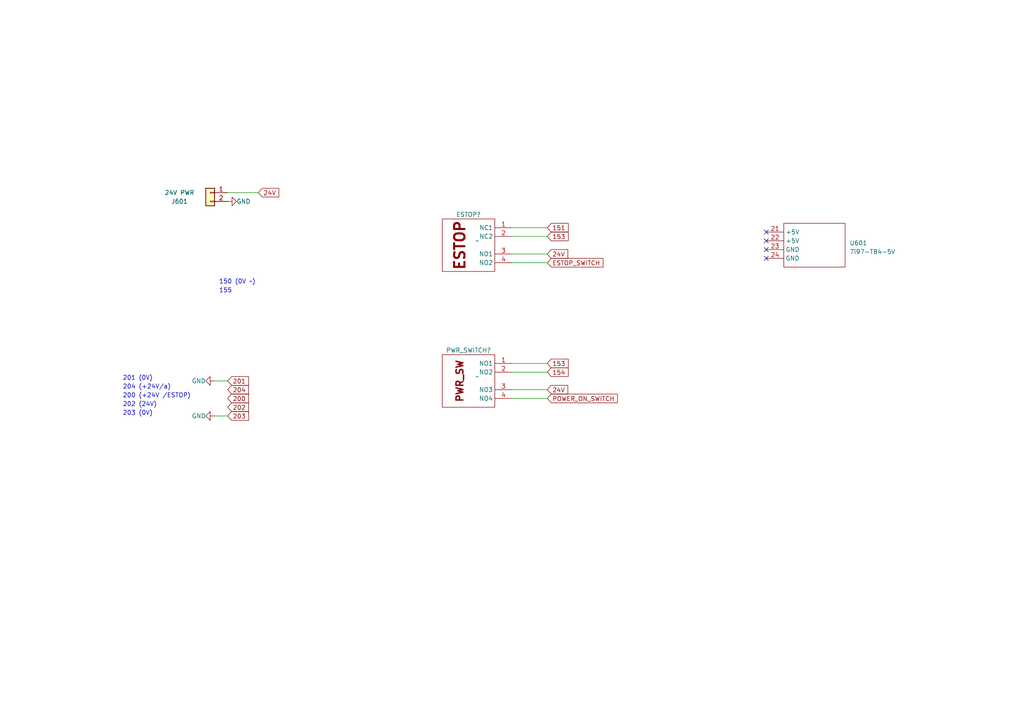
<source format=kicad_sch>
(kicad_sch (version 20230121) (generator eeschema)
  (paper "A4")
  (lib_symbols
    (symbol "Connector_Generic:Conn_01x02" (pin_names (offset 1.016) hide)
      (property "Reference" "J" (at 0 2.54 0))
      (property "Value" "Conn_01x02" (at 0 -5.08 0))
      (symbol "Conn_01x02_1_1"
        (rectangle (start -1.27 -2.413) (end 0 -2.667) (stroke (width 0.1524)))
        (rectangle (start -1.27 0.127) (end 0 -0.127) (stroke (width 0.1524)))
        (rectangle (start -1.27 1.27) (end 1.27 -3.81) (stroke (width 0.254)) (fill (type background)))
        (pin passive line (at -5.08 0 0) (length 3.81) (name "Pin_1") (number "1"))
        (pin passive line (at -5.08 -2.54 0) (length 3.81) (name "Pin_2") (number "2"))
      )
    )
    (symbol "MAHO:7i97-TB4-5V"
      (property "Reference" "U" (at 0 11.43 0))
      (property "Value" "7i97-TB4-5V" (at 0 8.89 0))
      (symbol "7i97-TB4-5V_0_1"
        (rectangle (start -8.89 6.35) (end 8.89 -6.35) (stroke (width 0.1524)))
      )
      (symbol "7i97-TB4-5V_1_1"
        (pin passive line (at -13.97 3.81 0) (length 5.08) (name "+5V") (number "21"))
        (pin passive line (at -13.97 1.27 0) (length 5.08) (name "+5V") (number "22"))
        (pin passive line (at -13.97 -1.27 0) (length 5.08) (name "GND") (number "23"))
        (pin passive line (at -13.97 -3.81 0) (length 5.08) (name "GND") (number "24"))
      )
    )
    (symbol "MAHO:ESTOP"
      (property "Reference" "ESTOP" (at 0 8.89 0))
      (symbol "ESTOP_0_1"
        (rectangle (start -7.62 7.62) (end 7.62 -7.62))
      )
      (symbol "ESTOP_1_1"
        (text "ESTOP\n" (at -2.54 0 900) (effects (font (size 3 3) bold)))
        (pin passive line (at 12.7 5.08 180) (length 5.08) (name "NC1") (number "1"))
        (pin passive line (at 12.7 2.54 180) (length 5.08) (name "NC2") (number "2"))
        (pin passive line (at 12.7 -2.54 180) (length 5.08) (name "NO1") (number "3"))
        (pin passive line (at 12.7 -5.08 180) (length 5.08) (name "NO2") (number "4"))
      )
    )
    (symbol "MAHO:PWR_SWITCH"
      (property "Reference" "PWR_SWITCH" (at 0 8.89 0))
      (symbol "PWR_SWITCH_0_1"
        (rectangle (start -7.62 7.62) (end 7.62 -7.62))
      )
      (symbol "PWR_SWITCH_1_1"
        (text "PWR_SW" (at -2.54 0 900) (effects (font (size 2 2) bold)))
        (pin passive line (at 12.7 5.08 180) (length 5.08) (name "NO1") (number "1"))
        (pin passive line (at 12.7 2.54 180) (length 5.08) (name "NO2") (number "2"))
        (pin passive line (at 12.7 -2.54 180) (length 5.08) (name "NO3") (number "3"))
        (pin passive line (at 12.7 -5.08 180) (length 5.08) (name "NO4") (number "4"))
      )
    )
    (symbol "power:GND" (power) (pin_names (offset 0))
      (property "Value" "GND" (at 0 -3.81 0))
      (symbol "GND_0_1"
        (polyline (pts (xy 0 0) (xy 0 -1.27) (xy 1.27 -1.27) (xy 0 -2.54) (xy -1.27 -1.27) (xy 0 -1.27)))
      )
      (symbol "GND_1_1"
        (pin power_in line (at 0 0 270) (length 0) hide (name "GND") (number "1"))
      )
    )
  )
  (no_connect (at 222.25 72.39))
  (no_connect (at 222.25 69.85))
  (no_connect (at 222.25 67.31))
  (no_connect (at 222.25 74.93))
  (wire (pts (xy 148.59 113.03) (xy 158.75 113.03)))
  (wire (pts (xy 148.59 66.04) (xy 158.75 66.04)))
  (wire (pts (xy 148.59 73.66) (xy 158.75 73.66)))
  (wire (pts (xy 66.04 55.88) (xy 74.93 55.88)))
  (wire (pts (xy 62.23 120.65) (xy 66.04 120.65)))
  (wire (pts (xy 148.59 105.41) (xy 158.75 105.41)))
  (wire (pts (xy 148.59 68.58) (xy 158.75 68.58)))
  (wire (pts (xy 62.23 110.49) (xy 66.04 110.49)))
  (wire (pts (xy 148.59 107.95) (xy 158.75 107.95)))
  (wire (pts (xy 148.59 115.57) (xy 158.75 115.57)))
  (wire (pts (xy 148.59 76.2) (xy 158.75 76.2)))
  (text "155" (at 63.5 85.09 0) (effects (font (size 1.27 1.27)) (justify left bottom)))
  (text "204 (+24V/a)" (at 35.56 113.03 0) (effects (font (size 1.27 1.27)) (justify left bottom)))
  (text "203 (0V)" (at 35.56 120.65 0) (effects (font (size 1.27 1.27)) (justify left bottom)))
  (text "150 (0V ~)" (at 63.5 82.55 0) (effects (font (size 1.27 1.27)) (justify left bottom)))
  (text "201 (0V)" (at 35.56 110.49 0) (effects (font (size 1.27 1.27)) (justify left bottom)))
  (text "202 (24V)" (at 35.56 118.11 0) (effects (font (size 1.27 1.27)) (justify left bottom)))
  (text "200 (+24V /ESTOP)" (at 35.56 115.57 0) (effects (font (size 1.27 1.27)) (justify left bottom)))
  (global_label "153" (shape input) (at 158.75 105.41 0) (property "Intersheetrefs" "${INTERSHEET_REFS}" (effects hide)))
  (global_label "204" (shape input) (at 66.04 113.03 0) (property "Intersheetrefs" "${INTERSHEET_REFS}" (effects hide)))
  (global_label "202" (shape input) (at 66.04 118.11 0) (property "Intersheetrefs" "${INTERSHEET_REFS}" (effects hide)))
  (global_label "24V" (shape input) (at 74.93 55.88 0) (property "Intersheetrefs" "${INTERSHEET_REFS}" (effects hide)))
  (global_label "151" (shape input) (at 158.75 66.04 0) (property "Intersheetrefs" "${INTERSHEET_REFS}" (effects hide)))
  (global_label "154" (shape input) (at 158.75 107.95 0) (property "Intersheetrefs" "${INTERSHEET_REFS}" (effects hide)))
  (global_label "203" (shape input) (at 66.04 120.65 0) (property "Intersheetrefs" "${INTERSHEET_REFS}" (effects hide)))
  (global_label "200" (shape input) (at 66.04 115.57 0) (property "Intersheetrefs" "${INTERSHEET_REFS}" (effects hide)))
  (global_label "201" (shape input) (at 66.04 110.49 0) (property "Intersheetrefs" "${INTERSHEET_REFS}" (effects hide)))
  (global_label "153" (shape input) (at 158.75 68.58 0) (property "Intersheetrefs" "${INTERSHEET_REFS}" (effects hide)))
  (global_label "24V" (shape input) (at 158.75 113.03 0) (property "Intersheetrefs" "${INTERSHEET_REFS}" (effects hide)))
  (global_label "24V" (shape input) (at 158.75 73.66 0) (property "Intersheetrefs" "${INTERSHEET_REFS}" (effects hide)))
  (global_label "POWER_ON_SWITCH" (shape input) (at 158.75 115.57 0) (property "Intersheetrefs" "${INTERSHEET_REFS}" (effects hide)))
  (global_label "ESTOP_SWITCH" (shape input) (at 158.75 76.2 0) (property "Intersheetrefs" "${INTERSHEET_REFS}" (effects hide)))
  (symbol (lib_id "MAHO:7i97-TB4-5V") (at 236.22 71.12 0) (unit 1)
    (property "Reference" "U601" (at 246.38 70.485 0) (effects (justify left)))
    (property "Value" "7i97-TB4-5V" (at 246.38 73.025 0) (effects (justify left)))
  )
  (symbol (lib_id "power:GND") (at 62.23 110.49 270) (unit 1)
    (property "Reference" "#PWR0601" (effects hide))
    (property "Value" "GND" (at 59.69 110.49 90) (effects (justify right)))
  )
  (symbol (lib_id "Connector_Generic:Conn_01x02") (at 60.96 55.88 0) (mirror y) (unit 1)
    (property "Reference" "J601" (at 52.07 58.42 0))
    (property "Value" "24V PWR" (at 52.07 55.88 0))
  )
  (symbol (lib_id "power:GND") (at 66.04 58.42 90) (unit 1)
    (property "Reference" "#PWR0602" (effects hide))
    (property "Value" "GND" (at 68.58 58.42 90) (effects (justify right)))
  )
  (symbol (lib_id "MAHO:ESTOP") (at 135.89 71.12 0) (unit 1)
    (property "Reference" "ESTOP?" (at 135.89 62.23 0))
    (property "Value" "~" (at 138.43 69.85 0))
  )
  (symbol (lib_id "power:GND") (at 62.23 120.65 270) (unit 1)
    (property "Reference" "#PWR0603" (effects hide))
    (property "Value" "GND" (at 59.69 120.65 90) (effects (justify right)))
  )
  (symbol (lib_id "MAHO:PWR_SWITCH") (at 135.89 110.49 0) (unit 1)
    (property "Reference" "PWR_SWITCH?" (at 135.89 101.6 0))
    (property "Value" "~" (at 138.43 109.22 0))
  )
)
</source>
